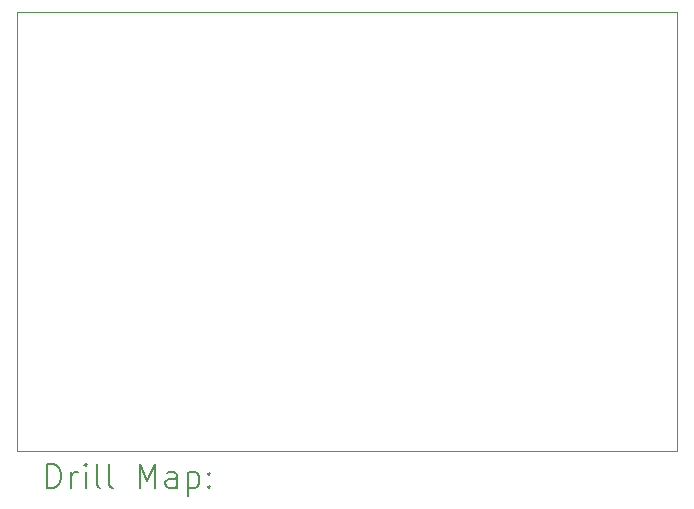
<source format=gbr>
%TF.GenerationSoftware,KiCad,Pcbnew,7.0.10*%
%TF.CreationDate,2024-04-22T16:50:56-07:00*%
%TF.ProjectId,qsd_revC,7173645f-7265-4764-932e-6b696361645f,rev?*%
%TF.SameCoordinates,Original*%
%TF.FileFunction,Drillmap*%
%TF.FilePolarity,Positive*%
%FSLAX45Y45*%
G04 Gerber Fmt 4.5, Leading zero omitted, Abs format (unit mm)*
G04 Created by KiCad (PCBNEW 7.0.10) date 2024-04-22 16:50:56*
%MOMM*%
%LPD*%
G01*
G04 APERTURE LIST*
%ADD10C,0.050000*%
%ADD11C,0.200000*%
G04 APERTURE END LIST*
D10*
X16947610Y-8858060D02*
X11357610Y-8857860D01*
X11357610Y-8857860D02*
X11357610Y-12570460D01*
X11357610Y-12570460D02*
X16950110Y-12570460D01*
X16950110Y-12570460D02*
X16947610Y-8858060D01*
D11*
X11615887Y-12884444D02*
X11615887Y-12684444D01*
X11615887Y-12684444D02*
X11663506Y-12684444D01*
X11663506Y-12684444D02*
X11692077Y-12693968D01*
X11692077Y-12693968D02*
X11711125Y-12713015D01*
X11711125Y-12713015D02*
X11720649Y-12732063D01*
X11720649Y-12732063D02*
X11730172Y-12770158D01*
X11730172Y-12770158D02*
X11730172Y-12798729D01*
X11730172Y-12798729D02*
X11720649Y-12836825D01*
X11720649Y-12836825D02*
X11711125Y-12855872D01*
X11711125Y-12855872D02*
X11692077Y-12874920D01*
X11692077Y-12874920D02*
X11663506Y-12884444D01*
X11663506Y-12884444D02*
X11615887Y-12884444D01*
X11815887Y-12884444D02*
X11815887Y-12751110D01*
X11815887Y-12789206D02*
X11825411Y-12770158D01*
X11825411Y-12770158D02*
X11834934Y-12760634D01*
X11834934Y-12760634D02*
X11853982Y-12751110D01*
X11853982Y-12751110D02*
X11873030Y-12751110D01*
X11939696Y-12884444D02*
X11939696Y-12751110D01*
X11939696Y-12684444D02*
X11930172Y-12693968D01*
X11930172Y-12693968D02*
X11939696Y-12703491D01*
X11939696Y-12703491D02*
X11949220Y-12693968D01*
X11949220Y-12693968D02*
X11939696Y-12684444D01*
X11939696Y-12684444D02*
X11939696Y-12703491D01*
X12063506Y-12884444D02*
X12044458Y-12874920D01*
X12044458Y-12874920D02*
X12034934Y-12855872D01*
X12034934Y-12855872D02*
X12034934Y-12684444D01*
X12168268Y-12884444D02*
X12149220Y-12874920D01*
X12149220Y-12874920D02*
X12139696Y-12855872D01*
X12139696Y-12855872D02*
X12139696Y-12684444D01*
X12396839Y-12884444D02*
X12396839Y-12684444D01*
X12396839Y-12684444D02*
X12463506Y-12827301D01*
X12463506Y-12827301D02*
X12530172Y-12684444D01*
X12530172Y-12684444D02*
X12530172Y-12884444D01*
X12711125Y-12884444D02*
X12711125Y-12779682D01*
X12711125Y-12779682D02*
X12701601Y-12760634D01*
X12701601Y-12760634D02*
X12682553Y-12751110D01*
X12682553Y-12751110D02*
X12644458Y-12751110D01*
X12644458Y-12751110D02*
X12625411Y-12760634D01*
X12711125Y-12874920D02*
X12692077Y-12884444D01*
X12692077Y-12884444D02*
X12644458Y-12884444D01*
X12644458Y-12884444D02*
X12625411Y-12874920D01*
X12625411Y-12874920D02*
X12615887Y-12855872D01*
X12615887Y-12855872D02*
X12615887Y-12836825D01*
X12615887Y-12836825D02*
X12625411Y-12817777D01*
X12625411Y-12817777D02*
X12644458Y-12808253D01*
X12644458Y-12808253D02*
X12692077Y-12808253D01*
X12692077Y-12808253D02*
X12711125Y-12798729D01*
X12806363Y-12751110D02*
X12806363Y-12951110D01*
X12806363Y-12760634D02*
X12825411Y-12751110D01*
X12825411Y-12751110D02*
X12863506Y-12751110D01*
X12863506Y-12751110D02*
X12882553Y-12760634D01*
X12882553Y-12760634D02*
X12892077Y-12770158D01*
X12892077Y-12770158D02*
X12901601Y-12789206D01*
X12901601Y-12789206D02*
X12901601Y-12846348D01*
X12901601Y-12846348D02*
X12892077Y-12865396D01*
X12892077Y-12865396D02*
X12882553Y-12874920D01*
X12882553Y-12874920D02*
X12863506Y-12884444D01*
X12863506Y-12884444D02*
X12825411Y-12884444D01*
X12825411Y-12884444D02*
X12806363Y-12874920D01*
X12987315Y-12865396D02*
X12996839Y-12874920D01*
X12996839Y-12874920D02*
X12987315Y-12884444D01*
X12987315Y-12884444D02*
X12977792Y-12874920D01*
X12977792Y-12874920D02*
X12987315Y-12865396D01*
X12987315Y-12865396D02*
X12987315Y-12884444D01*
X12987315Y-12760634D02*
X12996839Y-12770158D01*
X12996839Y-12770158D02*
X12987315Y-12779682D01*
X12987315Y-12779682D02*
X12977792Y-12770158D01*
X12977792Y-12770158D02*
X12987315Y-12760634D01*
X12987315Y-12760634D02*
X12987315Y-12779682D01*
M02*

</source>
